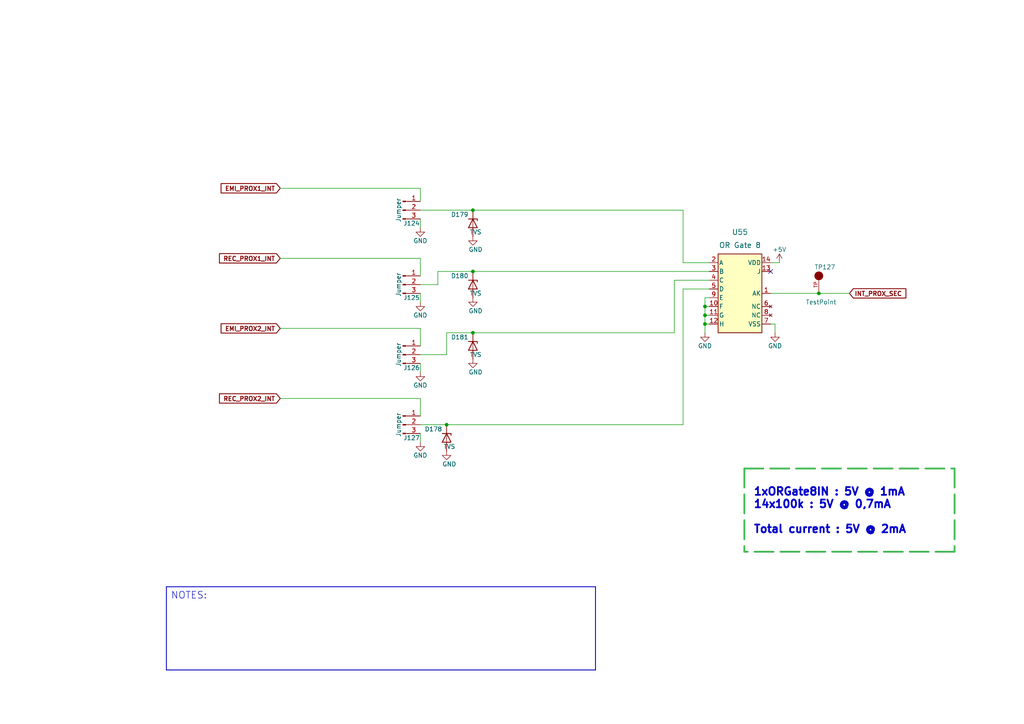
<source format=kicad_sch>
(kicad_sch (version 20211123) (generator eeschema)
  (paper "A4")
  (lib_symbols
    (symbol "Connector:Conn_01x03_Male" (pin_names (offset 1.016) hide)
      (property "Reference" "J" (at 0 5.08 0))
      (property "Value" "Conn_01x03_Male" (at 0 -5.08 0))
      (symbol "Conn_01x03_Male_1_1"
        (polyline (pts (xy 1.27 -2.54) (xy 0.8636 -2.54)) (stroke (width 0.1524)))
        (polyline (pts (xy 1.27 0) (xy 0.8636 0)) (stroke (width 0.1524)))
        (polyline (pts (xy 1.27 2.54) (xy 0.8636 2.54)) (stroke (width 0.1524)))
        (rectangle (start 0.8636 -2.413) (end 0 -2.667) (stroke (width 0.1524)) (fill (type outline)))
        (rectangle (start 0.8636 0.127) (end 0 -0.127) (stroke (width 0.1524)) (fill (type outline)))
        (rectangle (start 0.8636 2.667) (end 0 2.413) (stroke (width 0.1524)) (fill (type outline)))
        (pin passive line (at 5.08 2.54 180) (length 3.81) (name "Pin_1") (number "1"))
        (pin passive line (at 5.08 0 180) (length 3.81) (name "Pin_2") (number "2"))
        (pin passive line (at 5.08 -2.54 180) (length 3.81) (name "Pin_3") (number "3"))
      )
    )
    (symbol "Device:D_Zener" (pin_numbers hide) (pin_names (offset 1.016) hide)
      (property "Reference" "D" (at 0 2.54 0))
      (property "Value" "D_Zener" (at 0 -2.54 0))
      (symbol "D_Zener_0_1"
        (polyline (pts (xy 1.27 0) (xy -1.27 0)))
        (polyline (pts (xy -1.27 -1.27) (xy -1.27 1.27) (xy -0.762 1.27)) (stroke (width 0.254)))
        (polyline (pts (xy 1.27 -1.27) (xy 1.27 1.27) (xy -1.27 0) (xy 1.27 -1.27)) (stroke (width 0.254)))
      )
      (symbol "D_Zener_1_1"
        (pin passive line (at -3.81 0 0) (length 2.54) (name "K") (number "1"))
        (pin passive line (at 3.81 0 180) (length 2.54) (name "A") (number "2"))
      )
    )
    (symbol "SymLib:5005" (pin_names (offset 1.016))
      (property "Reference" "TP" (at -2.54 2.54 0))
      (property "Value" "5005" (at -2.54 -3.81 0))
      (symbol "5005_0_0"
        (circle (center 0 0) (radius 0.635) (stroke (width 1.27)))
        (pin passive line (at -5.08 0 0) (length 5.08) (name "~") (number "TP"))
      )
    )
    (symbol "SymLib:CD4078BM96" (pin_names (offset 0.254))
      (property "Reference" "U" (at 22.86 3.81 0))
      (property "Value" "CD4078BM96" (at 27.94 -29.21 0))
      (symbol "CD4078BM96_0_1"
        (pin unspecified line (at 36.83 -8.89 180) (length 2.54) (name "AK") (number "1"))
        (pin unspecified line (at 19.05 -12.7 0) (length 2.54) (name "F") (number "10"))
        (pin unspecified line (at 19.05 -15.24 0) (length 2.54) (name "G") (number "11"))
        (pin unspecified line (at 19.05 -17.78 0) (length 2.54) (name "H") (number "12"))
        (pin unspecified line (at 36.83 -2.54 180) (length 2.54) (name "J") (number "13"))
        (pin power_in line (at 36.83 0 180) (length 2.54) (name "VDD") (number "14"))
        (pin unspecified line (at 19.05 0 0) (length 2.54) (name "A") (number "2"))
        (pin unspecified line (at 19.05 -2.54 0) (length 2.54) (name "B") (number "3"))
        (pin unspecified line (at 19.05 -5.08 0) (length 2.54) (name "C") (number "4"))
        (pin unspecified line (at 19.05 -7.62 0) (length 2.54) (name "D") (number "5"))
        (pin no_connect line (at 36.83 -12.7 180) (length 2.54) (name "NC") (number "6"))
        (pin power_in line (at 36.83 -17.78 180) (length 2.54) (name "VSS") (number "7"))
        (pin no_connect line (at 36.83 -15.24 180) (length 2.54) (name "NC") (number "8"))
        (pin unspecified line (at 19.05 -10.16 0) (length 2.54) (name "E") (number "9"))
      )
      (symbol "CD4078BM96_1_1"
        (rectangle (start 21.59 2.54) (end 34.29 -20.32) (stroke (width 0.25)) (fill (type background)))
      )
    )
    (symbol "power:+5V" (power) (pin_names (offset 0))
      (property "Value" "+5V" (at 0 3.556 0))
      (symbol "+5V_0_1"
        (polyline (pts (xy -0.762 1.27) (xy 0 2.54)))
        (polyline (pts (xy 0 0) (xy 0 2.54)))
        (polyline (pts (xy 0 2.54) (xy 0.762 1.27)))
      )
      (symbol "+5V_1_1"
        (pin power_in line (at 0 0 90) (length 0) hide (name "+5V") (number "1"))
      )
    )
    (symbol "power:GND" (power) (pin_names (offset 0))
      (property "Value" "GND" (at 0 -3.81 0))
      (symbol "GND_0_1"
        (polyline (pts (xy 0 0) (xy 0 -1.27) (xy 1.27 -1.27) (xy 0 -2.54) (xy -1.27 -1.27) (xy 0 -1.27)))
      )
      (symbol "GND_1_1"
        (pin power_in line (at 0 0 270) (length 0) hide (name "GND") (number "1"))
      )
    )
  )
  (junction (at 204.47 88.9))
  (junction (at 137.16 96.52))
  (junction (at 129.54 123.19))
  (junction (at 204.47 93.98))
  (junction (at 237.49 85.09))
  (junction (at 137.16 78.74))
  (junction (at 204.47 91.44))
  (junction (at 137.16 60.96))
  (no_connect (at 223.52 78.74))
  (polyline (pts (xy 172.72 194.31) (xy 48.26 194.31)) (stroke (width 0.25) (type solid)))
  (wire (pts (xy 198.12 83.82) (xy 198.12 123.19)))
  (wire (pts (xy 137.16 78.74) (xy 205.74 78.74)))
  (wire (pts (xy 121.92 120.65) (xy 121.92 115.57)))
  (wire (pts (xy 121.92 58.42) (xy 121.92 54.61)))
  (polyline (pts (xy 48.26 170.18) (xy 48.26 194.31)) (stroke (width 0.25) (type solid)))
  (wire (pts (xy 81.28 74.93) (xy 121.92 74.93)))
  (wire (pts (xy 121.92 82.55) (xy 127 82.55)))
  (wire (pts (xy 198.12 60.96) (xy 198.12 76.2)))
  (wire (pts (xy 205.74 91.44) (xy 204.47 91.44)))
  (wire (pts (xy 121.92 102.87) (xy 129.54 102.87)))
  (wire (pts (xy 223.52 85.09) (xy 237.49 85.09)))
  (wire (pts (xy 127 78.74) (xy 137.16 78.74)))
  (wire (pts (xy 198.12 83.82) (xy 205.74 83.82)))
  (wire (pts (xy 205.74 86.36) (xy 204.47 86.36)))
  (wire (pts (xy 205.74 88.9) (xy 204.47 88.9)))
  (wire (pts (xy 81.28 95.25) (xy 121.92 95.25)))
  (wire (pts (xy 121.92 80.01) (xy 121.92 74.93)))
  (wire (pts (xy 195.58 81.28) (xy 205.74 81.28)))
  (wire (pts (xy 223.52 76.2) (xy 226.06 76.2)))
  (wire (pts (xy 129.54 123.19) (xy 198.12 123.19)))
  (wire (pts (xy 127 82.55) (xy 127 78.74)))
  (wire (pts (xy 224.79 93.98) (xy 223.52 93.98)))
  (wire (pts (xy 121.92 60.96) (xy 137.16 60.96)))
  (wire (pts (xy 237.49 85.09) (xy 246.38 85.09)))
  (wire (pts (xy 121.92 100.33) (xy 121.92 95.25)))
  (polyline (pts (xy 215.9 135.89) (xy 276.86 135.89)) (stroke (width 0.5) (type dash) (color 47 168 65 1)))
  (wire (pts (xy 204.47 88.9) (xy 204.47 91.44)))
  (wire (pts (xy 121.92 105.41) (xy 121.92 107.95)))
  (wire (pts (xy 81.28 54.61) (xy 121.92 54.61)))
  (wire (pts (xy 198.12 76.2) (xy 205.74 76.2)))
  (wire (pts (xy 121.92 85.09) (xy 121.92 87.63)))
  (wire (pts (xy 129.54 102.87) (xy 129.54 96.52)))
  (wire (pts (xy 204.47 91.44) (xy 204.47 93.98)))
  (wire (pts (xy 81.28 115.57) (xy 121.92 115.57)))
  (polyline (pts (xy 276.86 135.89) (xy 276.86 160.02)) (stroke (width 0.5) (type dash) (color 47 168 65 1)))
  (wire (pts (xy 204.47 86.36) (xy 204.47 88.9)))
  (polyline (pts (xy 215.9 135.89) (xy 215.9 160.02)) (stroke (width 0.5) (type dash) (color 47 168 65 1)))
  (wire (pts (xy 205.74 93.98) (xy 204.47 93.98)))
  (wire (pts (xy 121.92 63.5) (xy 121.92 66.04)))
  (wire (pts (xy 204.47 93.98) (xy 204.47 96.52)))
  (polyline (pts (xy 48.26 170.18) (xy 172.72 170.18)) (stroke (width 0.25) (type solid)))
  (polyline (pts (xy 172.72 170.18) (xy 172.72 194.31)) (stroke (width 0.25) (type solid)))
  (wire (pts (xy 137.16 60.96) (xy 198.12 60.96)))
  (wire (pts (xy 224.79 96.52) (xy 224.79 93.98)))
  (wire (pts (xy 195.58 96.52) (xy 195.58 81.28)))
  (polyline (pts (xy 276.86 160.02) (xy 215.9 160.02)) (stroke (width 0.5) (type dash) (color 47 168 65 1)))
  (wire (pts (xy 137.16 96.52) (xy 195.58 96.52)))
  (wire (pts (xy 121.92 125.73) (xy 121.92 128.27)))
  (wire (pts (xy 121.92 123.19) (xy 129.54 123.19)))
  (wire (pts (xy 129.54 96.52) (xy 137.16 96.52)))
  (text "1xORGate8IN : 5V @ 1mA\n14x100k : 5V @ 0,7mA\n\nTotal current : 5V @ 2mA" (at 218.44 154.94 0) (effects (font (size 2.25 2.25) (thickness 0.5) bold) (justify left bottom)))
  (text "NOTES:" (at 49.53 173.99 0) (effects (font (size 2 2)) (justify left bottom)))
  (global_label "EMI_PROX2_INT" (shape input) (at 81.28 95.25 180) (effects (font bold)) (property "Intersheet References" "${INTERSHEET_REFS}" (effects hide)))
  (global_label "REC_PROX2_INT" (shape input) (at 81.28 115.57 180) (effects (font bold)) (property "Intersheet References" "${INTERSHEET_REFS}" (effects hide)))
  (global_label "REC_PROX1_INT" (shape input) (at 81.28 74.93 180) (effects (font bold)) (property "Intersheet References" "${INTERSHEET_REFS}" (effects hide)))
  (global_label "INT_PROX_SEC" (shape input) (at 246.38 85.09 0) (effects (font bold)) (property "Intersheet References" "${INTERSHEET_REFS}" (effects hide)))
  (global_label "EMI_PROX1_INT" (shape input) (at 81.28 54.61 180) (effects (font bold)) (property "Intersheet References" "${INTERSHEET_REFS}" (effects hide)))
  (symbol (lib_id "Device:D_Zener") (at 137.16 100.33 270) (unit 1)
    (property "Reference" "D181" (at 135.89 97.79 90) (effects (justify right)))
    (property "Value" "TVS" (at 139.7 102.87 90) (effects (justify right)))
    (property "Footprint" "FootPrint:DPY2_TEX" (effects hide))
    (property "DESCRIPTION" "TVS DIODE 5.5VWM 14VC 2X1SON" (effects hide))
    (property "MANUFACTURER" "Texas Instruments" (effects hide))
    (property "PACKAGE" "0402 (1006 Metric)" (effects hide))
    (property "PART NUMBER" "TPD1E05U06DPYR" (effects hide))
    (property "TYPE" "SMD" (effects hide))
  )
  (symbol (lib_id "power:GND") (at 137.16 104.14 0) (unit 1)
    (property "Reference" "#PWR0639" (effects hide))
    (property "Value" "GND" (at 135.89 107.95 0) (effects (justify left)))
  )
  (symbol (lib_id "power:GND") (at 137.16 68.58 0) (unit 1)
    (property "Reference" "#PWR0637" (effects hide))
    (property "Value" "GND" (at 135.89 72.39 0) (effects (justify left)))
  )
  (symbol (lib_id "power:GND") (at 121.92 66.04 0) (mirror y) (unit 1)
    (property "Reference" "#PWR0536" (effects hide))
    (property "Value" "GND" (at 121.92 69.85 0))
  )
  (symbol (lib_id "Device:D_Zener") (at 137.16 82.55 270) (unit 1)
    (property "Reference" "D180" (at 135.89 80.01 90) (effects (justify right)))
    (property "Value" "TVS" (at 139.7 85.09 90) (effects (justify right)))
    (property "Footprint" "FootPrint:DPY2_TEX" (effects hide))
    (property "DESCRIPTION" "TVS DIODE 5.5VWM 14VC 2X1SON" (effects hide))
    (property "MANUFACTURER" "Texas Instruments" (effects hide))
    (property "PACKAGE" "0402 (1006 Metric)" (effects hide))
    (property "PART NUMBER" "TPD1E05U06DPYR" (effects hide))
    (property "TYPE" "SMD" (effects hide))
  )
  (symbol (lib_id "SymLib:CD4078BM96") (at 186.69 76.2 0) (unit 1)
    (property "Reference" "U55" (at 214.63 67.31 0) (effects (font (size 1.524 1.524))))
    (property "Value" "OR Gate 8" (at 214.63 71.12 0) (effects (font (size 1.524 1.524))))
    (property "Footprint" "FootPrint:D14" (effects hide))
    (property "Datasheet" "CD4078BM96" (effects hide))
    (property "DESCRIPTION" "NOR/OR Gate Configurable 1 Circuit 8 Input 14-SOIC" (effects hide))
    (property "MANUFACTURER" "Texas Instruments" (effects hide))
    (property "PACKAGE" "14-SOIC (0.154\", 3.90mm Width)" (effects hide))
    (property "PART NUMBER" "CD4078BM96" (effects hide))
    (property "TYPE" "SMD" (effects hide))
  )
  (symbol (lib_id "power:GND") (at 121.92 128.27 0) (mirror y) (unit 1)
    (property "Reference" "#PWR0539" (effects hide))
    (property "Value" "GND" (at 121.92 132.08 0))
  )
  (symbol (lib_id "Connector:Conn_01x03_Male") (at 116.84 123.19 0) (unit 1)
    (property "Reference" "J127" (at 119.38 127 0))
    (property "Value" "Jumper" (at 115.57 123.19 90))
    (property "Footprint" "Connector_PinHeader_2.54mm:PinHeader_1x03_P2.54mm_Vertical" (effects hide))
    (property "DESCRIPTION" "CONN HEADER VERT 3POS 2.54MM" (effects hide))
    (property "MANUFACTURER" "Würth Elektronik" (effects hide))
    (property "PACKAGE" "Square 0.100\" (2.54mm)" (effects hide))
    (property "PART NUMBER" "61300311121" (effects hide))
    (property "TYPE" "Through Hole" (effects hide))
  )
  (symbol (lib_id "power:+5V") (at 226.06 76.2 0) (unit 1)
    (property "Reference" "#PWR0503" (effects hide))
    (property "Value" "+5V" (at 226.06 72.39 0))
  )
  (symbol (lib_id "Device:D_Zener") (at 137.16 64.77 270) (unit 1)
    (property "Reference" "D179" (at 135.89 62.23 90) (effects (justify right)))
    (property "Value" "TVS" (at 139.7 67.31 90) (effects (justify right)))
    (property "Footprint" "FootPrint:DPY2_TEX" (effects hide))
    (property "DESCRIPTION" "TVS DIODE 5.5VWM 14VC 2X1SON" (effects hide))
    (property "MANUFACTURER" "Texas Instruments" (effects hide))
    (property "PACKAGE" "0402 (1006 Metric)" (effects hide))
    (property "PART NUMBER" "TPD1E05U06DPYR" (effects hide))
    (property "TYPE" "SMD" (effects hide))
  )
  (symbol (lib_id "power:GND") (at 137.16 86.36 0) (unit 1)
    (property "Reference" "#PWR0638" (effects hide))
    (property "Value" "GND" (at 135.89 90.17 0) (effects (justify left)))
  )
  (symbol (lib_id "power:GND") (at 204.47 96.52 0) (unit 1)
    (property "Reference" "#PWR0501" (effects hide))
    (property "Value" "GND" (at 204.47 100.33 0))
  )
  (symbol (lib_id "power:GND") (at 224.79 96.52 0) (unit 1)
    (property "Reference" "#PWR0502" (effects hide))
    (property "Value" "GND" (at 224.79 100.33 0))
  )
  (symbol (lib_id "Device:D_Zener") (at 129.54 127 270) (unit 1)
    (property "Reference" "D178" (at 128.27 124.46 90) (effects (justify right)))
    (property "Value" "TVS" (at 132.08 129.54 90) (effects (justify right)))
    (property "Footprint" "FootPrint:DPY2_TEX" (effects hide))
    (property "DESCRIPTION" "TVS DIODE 5.5VWM 14VC 2X1SON" (effects hide))
    (property "MANUFACTURER" "Texas Instruments" (effects hide))
    (property "PACKAGE" "0402 (1006 Metric)" (effects hide))
    (property "PART NUMBER" "TPD1E05U06DPYR" (effects hide))
    (property "TYPE" "SMD" (effects hide))
  )
  (symbol (lib_id "Connector:Conn_01x03_Male") (at 116.84 102.87 0) (unit 1)
    (property "Reference" "J126" (at 119.38 106.68 0))
    (property "Value" "Jumper" (at 115.57 102.87 90))
    (property "Footprint" "Connector_PinHeader_2.54mm:PinHeader_1x03_P2.54mm_Vertical" (effects hide))
    (property "DESCRIPTION" "CONN HEADER VERT 3POS 2.54MM" (effects hide))
    (property "MANUFACTURER" "Würth Elektronik" (effects hide))
    (property "PACKAGE" "Square 0.100\" (2.54mm)" (effects hide))
    (property "PART NUMBER" "61300311121" (effects hide))
    (property "TYPE" "Through Hole" (effects hide))
  )
  (symbol (lib_id "power:GND") (at 129.54 130.81 0) (unit 1)
    (property "Reference" "#PWR0636" (effects hide))
    (property "Value" "GND" (at 128.27 134.62 0) (effects (justify left)))
  )
  (symbol (lib_id "power:GND") (at 121.92 107.95 0) (mirror y) (unit 1)
    (property "Reference" "#PWR0538" (effects hide))
    (property "Value" "GND" (at 121.92 111.76 0))
  )
  (symbol (lib_id "SymLib:5005") (at 237.49 80.01 90) (unit 1)
    (property "Reference" "TP127" (at 236.22 77.47 90) (effects (justify right)))
    (property "Value" "TestPoint" (at 233.68 87.63 90) (effects (justify right)))
    (property "Footprint" "FootPrint:KEYSTONE_5005" (effects hide))
    (property "MF" "Keystone Electronics" (effects hide))
    (property "DESCRIPTION" "PC TEST POINT COMPACT RED" (effects hide))
    (property "PACKAGE" "0.125\" Dia x 0.220\" L " (effects hide))
    (property "PRICE" "None" (effects hide))
    (property "MP" "5005" (effects hide))
    (property "AVAILABILITY" "In Stock" (effects hide))
    (property "MANUFACTURER" "Keystone Electronics" (effects hide))
    (property "PART NUMBER" "5005" (effects hide))
    (property "TYPE" "Through Hole" (effects hide))
    (property "NOTES" "DO NOT POPULATE" (effects hide))
  )
  (symbol (lib_id "Connector:Conn_01x03_Male") (at 116.84 82.55 0) (unit 1)
    (property "Reference" "J125" (at 119.38 86.36 0))
    (property "Value" "Jumper" (at 115.57 82.55 90))
    (property "Footprint" "Connector_PinHeader_2.54mm:PinHeader_1x03_P2.54mm_Vertical" (effects hide))
    (property "DESCRIPTION" "CONN HEADER VERT 3POS 2.54MM" (effects hide))
    (property "MANUFACTURER" "Würth Elektronik" (effects hide))
    (property "PACKAGE" "Square 0.100\" (2.54mm)" (effects hide))
    (property "PART NUMBER" "61300311121" (effects hide))
    (property "TYPE" "Through Hole" (effects hide))
  )
  (symbol (lib_id "Connector:Conn_01x03_Male") (at 116.84 60.96 0) (unit 1)
    (property "Reference" "J124" (at 119.38 64.77 0))
    (property "Value" "Jumper" (at 115.57 60.96 90))
    (property "Footprint" "Connector_PinHeader_2.54mm:PinHeader_1x03_P2.54mm_Vertical" (effects hide))
    (property "DESCRIPTION" "CONN HEADER VERT 3POS 2.54MM" (effects hide))
    (property "MANUFACTURER" "Würth Elektronik" (effects hide))
    (property "PACKAGE" "Square 0.100\" (2.54mm)" (effects hide))
    (property "PART NUMBER" "61300311121" (effects hide))
    (property "TYPE" "Through Hole" (effects hide))
  )
  (symbol (lib_id "power:GND") (at 121.92 87.63 0) (mirror y) (unit 1)
    (property "Reference" "#PWR0537" (effects hide))
    (property "Value" "GND" (at 121.92 91.44 0))
  )
)
</source>
